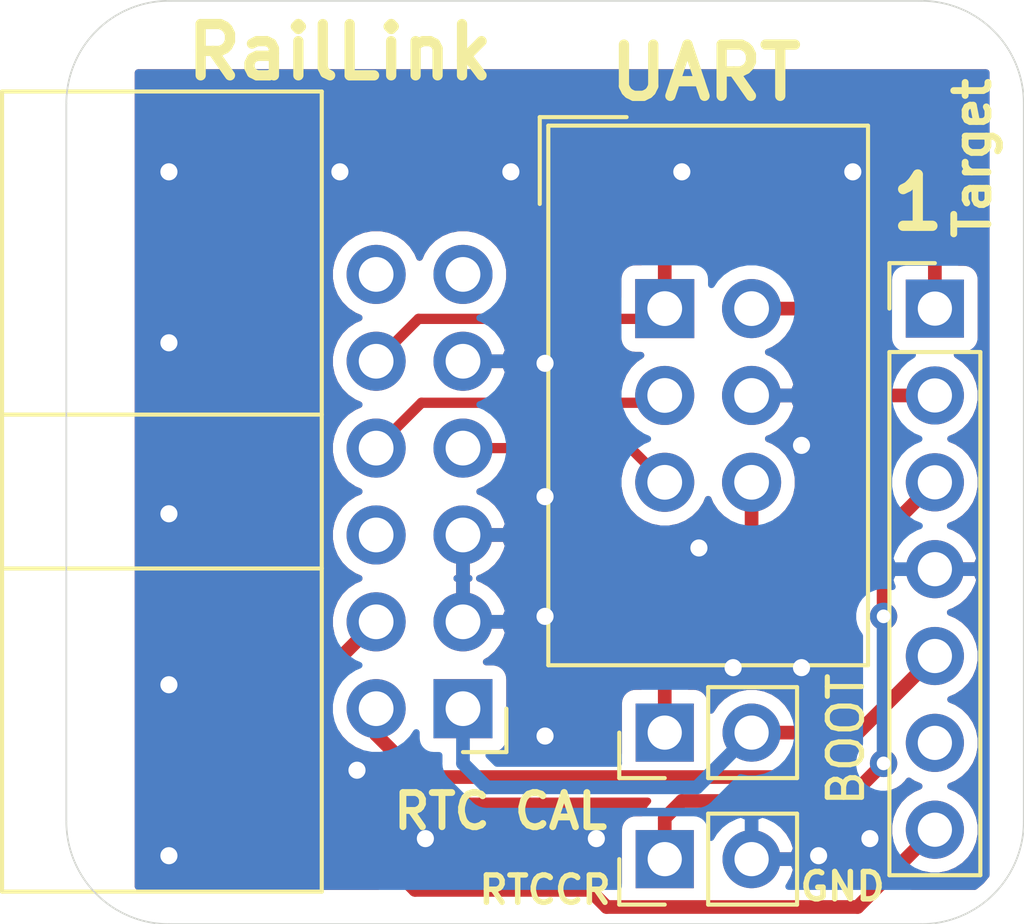
<source format=kicad_pcb>
(kicad_pcb (version 20171130) (host pcbnew 5.1.5+dfsg1-2build2)

  (general
    (thickness 1.176)
    (drawings 15)
    (tracks 72)
    (zones 0)
    (modules 5)
    (nets 12)
  )

  (page A4)
  (layers
    (0 F.Cu signal)
    (31 B.Cu signal)
    (32 B.Adhes user)
    (33 F.Adhes user)
    (34 B.Paste user)
    (35 F.Paste user)
    (36 B.SilkS user)
    (37 F.SilkS user)
    (38 B.Mask user)
    (39 F.Mask user)
    (40 Dwgs.User user)
    (41 Cmts.User user)
    (42 Eco1.User user)
    (43 Eco2.User user)
    (44 Edge.Cuts user)
    (45 Margin user)
    (46 B.CrtYd user)
    (47 F.CrtYd user)
    (48 B.Fab user)
    (49 F.Fab user hide)
  )

  (setup
    (last_trace_width 0.4)
    (user_trace_width 0.16)
    (user_trace_width 0.2)
    (user_trace_width 0.3)
    (user_trace_width 0.4)
    (user_trace_width 0.5)
    (user_trace_width 0.6)
    (user_trace_width 0.8)
    (trace_clearance 0.2)
    (zone_clearance 0.4)
    (zone_45_only no)
    (trace_min 0.16)
    (via_size 0.8)
    (via_drill 0.4)
    (via_min_size 0.6)
    (via_min_drill 0.3)
    (user_via 0.6 0.3)
    (user_via 0.7 0.4)
    (user_via 1 0.5)
    (uvia_size 0.3)
    (uvia_drill 0.1)
    (uvias_allowed no)
    (uvia_min_size 0.2)
    (uvia_min_drill 0.1)
    (edge_width 0.05)
    (segment_width 0.2)
    (pcb_text_width 0.3)
    (pcb_text_size 1.5 1.5)
    (mod_edge_width 0.16)
    (mod_text_size 0.8 0.8)
    (mod_text_width 0.16)
    (pad_size 1.524 1.524)
    (pad_drill 0.762)
    (pad_to_mask_clearance 0.051)
    (solder_mask_min_width 0.25)
    (aux_axis_origin 0 0)
    (visible_elements FFFFFF7F)
    (pcbplotparams
      (layerselection 0x010f0_ffffffff)
      (usegerberextensions false)
      (usegerberattributes false)
      (usegerberadvancedattributes false)
      (creategerberjobfile false)
      (excludeedgelayer false)
      (linewidth 0.160000)
      (plotframeref false)
      (viasonmask false)
      (mode 1)
      (useauxorigin true)
      (hpglpennumber 1)
      (hpglpenspeed 20)
      (hpglpendiameter 15.000000)
      (psnegative false)
      (psa4output false)
      (plotreference false)
      (plotvalue false)
      (plotinvisibletext false)
      (padsonsilk true)
      (subtractmaskfromsilk true)
      (outputformat 1)
      (mirror false)
      (drillshape 0)
      (scaleselection 1)
      (outputdirectory "Gerber/"))
  )

  (net 0 "")
  (net 1 "Net-(J1-Pad6)")
  (net 2 /RXD)
  (net 3 GND)
  (net 4 /TXD)
  (net 5 /Vtref)
  (net 6 /~RESET)
  (net 7 "Net-(J2-Pad6)")
  (net 8 /TCK)
  (net 9 /TMS)
  (net 10 /RTCCR)
  (net 11 "Net-(J4-Pad6)")

  (net_class Default "Это класс цепей по умолчанию."
    (clearance 0.2)
    (trace_width 0.25)
    (via_dia 0.8)
    (via_drill 0.4)
    (uvia_dia 0.3)
    (uvia_drill 0.1)
    (add_net /RTCCR)
    (add_net /RXD)
    (add_net /TCK)
    (add_net /TMS)
    (add_net /TXD)
    (add_net /Vtref)
    (add_net /~RESET)
    (add_net GND)
    (add_net "Net-(J1-Pad6)")
    (add_net "Net-(J2-Pad6)")
    (add_net "Net-(J4-Pad6)")
  )

  (module Connector_PinHeader_2.54mm:PinHeader_1x02_P2.54mm_Vertical (layer F.Cu) (tedit 59FED5CC) (tstamp 5F18AE04)
    (at 139.5 76.4 90)
    (descr "Through hole straight pin header, 1x02, 2.54mm pitch, single row")
    (tags "Through hole pin header THT 1x02 2.54mm single row")
    (path /5F18B6B0)
    (fp_text reference JP1 (at 0 -2.33 90) (layer F.SilkS) hide
      (effects (font (size 1 1) (thickness 0.15)))
    )
    (fp_text value BOOT (at -0.2 5.3 270) (layer F.SilkS)
      (effects (font (size 1 1) (thickness 0.15)))
    )
    (fp_text user %R (at 0 1.27) (layer F.Fab) hide
      (effects (font (size 1 1) (thickness 0.15)))
    )
    (fp_line (start 1.8 -1.8) (end -1.8 -1.8) (layer F.CrtYd) (width 0.05))
    (fp_line (start 1.8 4.35) (end 1.8 -1.8) (layer F.CrtYd) (width 0.05))
    (fp_line (start -1.8 4.35) (end 1.8 4.35) (layer F.CrtYd) (width 0.05))
    (fp_line (start -1.8 -1.8) (end -1.8 4.35) (layer F.CrtYd) (width 0.05))
    (fp_line (start -1.33 -1.33) (end 0 -1.33) (layer F.SilkS) (width 0.12))
    (fp_line (start -1.33 0) (end -1.33 -1.33) (layer F.SilkS) (width 0.12))
    (fp_line (start -1.33 1.27) (end 1.33 1.27) (layer F.SilkS) (width 0.12))
    (fp_line (start 1.33 1.27) (end 1.33 3.87) (layer F.SilkS) (width 0.12))
    (fp_line (start -1.33 1.27) (end -1.33 3.87) (layer F.SilkS) (width 0.12))
    (fp_line (start -1.33 3.87) (end 1.33 3.87) (layer F.SilkS) (width 0.12))
    (fp_line (start -1.27 -0.635) (end -0.635 -1.27) (layer F.Fab) (width 0.1))
    (fp_line (start -1.27 3.81) (end -1.27 -0.635) (layer F.Fab) (width 0.1))
    (fp_line (start 1.27 3.81) (end -1.27 3.81) (layer F.Fab) (width 0.1))
    (fp_line (start 1.27 -1.27) (end 1.27 3.81) (layer F.Fab) (width 0.1))
    (fp_line (start -0.635 -1.27) (end 1.27 -1.27) (layer F.Fab) (width 0.1))
    (pad 2 thru_hole oval (at 0 2.54 90) (size 1.7 1.7) (drill 1) (layers *.Cu *.Mask)
      (net 5 /Vtref))
    (pad 1 thru_hole rect (at 0 0 90) (size 1.7 1.7) (drill 1) (layers *.Cu *.Mask)
      (net 1 "Net-(J1-Pad6)"))
    (model ${KISYS3DMOD}/Connector_PinHeader_2.54mm.3dshapes/PinHeader_1x02_P2.54mm_Vertical.wrl
      (at (xyz 0 0 0))
      (scale (xyz 1 1 1))
      (rotate (xyz 0 0 0))
    )
  )

  (module Connector_PinHeader_2.54mm:PinHeader_1x07_P2.54mm_Vertical (layer F.Cu) (tedit 59FED5CC) (tstamp 5EA9BD80)
    (at 147.4 64)
    (descr "Through hole straight pin header, 1x07, 2.54mm pitch, single row")
    (tags "Through hole pin header THT 1x07 2.54mm single row")
    (path /5EC439CF)
    (fp_text reference J4 (at 0 -2.33) (layer F.SilkS) hide
      (effects (font (size 1 1) (thickness 0.15)))
    )
    (fp_text value Target (at 0 17.57) (layer F.Fab)
      (effects (font (size 1 1) (thickness 0.15)))
    )
    (fp_text user %R (at 0 7.62 90) (layer F.Fab)
      (effects (font (size 1 1) (thickness 0.15)))
    )
    (fp_line (start 1.8 -1.8) (end -1.8 -1.8) (layer F.CrtYd) (width 0.05))
    (fp_line (start 1.8 17.05) (end 1.8 -1.8) (layer F.CrtYd) (width 0.05))
    (fp_line (start -1.8 17.05) (end 1.8 17.05) (layer F.CrtYd) (width 0.05))
    (fp_line (start -1.8 -1.8) (end -1.8 17.05) (layer F.CrtYd) (width 0.05))
    (fp_line (start -1.33 -1.33) (end 0 -1.33) (layer F.SilkS) (width 0.12))
    (fp_line (start -1.33 0) (end -1.33 -1.33) (layer F.SilkS) (width 0.12))
    (fp_line (start -1.33 1.27) (end 1.33 1.27) (layer F.SilkS) (width 0.12))
    (fp_line (start 1.33 1.27) (end 1.33 16.57) (layer F.SilkS) (width 0.12))
    (fp_line (start -1.33 1.27) (end -1.33 16.57) (layer F.SilkS) (width 0.12))
    (fp_line (start -1.33 16.57) (end 1.33 16.57) (layer F.SilkS) (width 0.12))
    (fp_line (start -1.27 -0.635) (end -0.635 -1.27) (layer F.Fab) (width 0.1))
    (fp_line (start -1.27 16.51) (end -1.27 -0.635) (layer F.Fab) (width 0.1))
    (fp_line (start 1.27 16.51) (end -1.27 16.51) (layer F.Fab) (width 0.1))
    (fp_line (start 1.27 -1.27) (end 1.27 16.51) (layer F.Fab) (width 0.1))
    (fp_line (start -0.635 -1.27) (end 1.27 -1.27) (layer F.Fab) (width 0.1))
    (pad 7 thru_hole oval (at 0 15.24) (size 1.7 1.7) (drill 1) (layers *.Cu *.Mask)
      (net 8 /TCK))
    (pad 6 thru_hole oval (at 0 12.7) (size 1.7 1.7) (drill 1) (layers *.Cu *.Mask)
      (net 11 "Net-(J4-Pad6)"))
    (pad 5 thru_hole oval (at 0 10.16) (size 1.7 1.7) (drill 1) (layers *.Cu *.Mask)
      (net 9 /TMS))
    (pad 4 thru_hole oval (at 0 7.62) (size 1.7 1.7) (drill 1) (layers *.Cu *.Mask)
      (net 3 GND))
    (pad 3 thru_hole oval (at 0 5.08) (size 1.7 1.7) (drill 1) (layers *.Cu *.Mask)
      (net 10 /RTCCR))
    (pad 2 thru_hole oval (at 0 2.54) (size 1.7 1.7) (drill 1) (layers *.Cu *.Mask)
      (net 5 /Vtref))
    (pad 1 thru_hole rect (at 0 0) (size 1.7 1.7) (drill 1) (layers *.Cu *.Mask)
      (net 6 /~RESET))
    (model ${KISYS3DMOD}/Connector_PinHeader_2.54mm.3dshapes/PinHeader_1x07_P2.54mm_Vertical.wrl
      (at (xyz 0 0 0))
      (scale (xyz 1 1 1))
      (rotate (xyz 0 0 0))
    )
  )

  (module Connector_PinHeader_2.54mm:PinHeader_1x02_P2.54mm_Vertical (layer F.Cu) (tedit 59FED5CC) (tstamp 5EA9C1A4)
    (at 139.5 80.1 90)
    (descr "Through hole straight pin header, 1x02, 2.54mm pitch, single row")
    (tags "Through hole pin header THT 1x02 2.54mm single row")
    (path /5EC545F3)
    (fp_text reference J3 (at 0 -2.33 90) (layer F.SilkS) hide
      (effects (font (size 1 1) (thickness 0.15)))
    )
    (fp_text value CAL (at 0 4.87 90) (layer F.Fab)
      (effects (font (size 1 1) (thickness 0.15)))
    )
    (fp_text user %R (at 0 1.27) (layer F.Fab)
      (effects (font (size 1 1) (thickness 0.15)))
    )
    (fp_line (start 1.8 -1.8) (end -1.8 -1.8) (layer F.CrtYd) (width 0.05))
    (fp_line (start 1.8 4.35) (end 1.8 -1.8) (layer F.CrtYd) (width 0.05))
    (fp_line (start -1.8 4.35) (end 1.8 4.35) (layer F.CrtYd) (width 0.05))
    (fp_line (start -1.8 -1.8) (end -1.8 4.35) (layer F.CrtYd) (width 0.05))
    (fp_line (start -1.33 -1.33) (end 0 -1.33) (layer F.SilkS) (width 0.12))
    (fp_line (start -1.33 0) (end -1.33 -1.33) (layer F.SilkS) (width 0.12))
    (fp_line (start -1.33 1.27) (end 1.33 1.27) (layer F.SilkS) (width 0.12))
    (fp_line (start 1.33 1.27) (end 1.33 3.87) (layer F.SilkS) (width 0.12))
    (fp_line (start -1.33 1.27) (end -1.33 3.87) (layer F.SilkS) (width 0.12))
    (fp_line (start -1.33 3.87) (end 1.33 3.87) (layer F.SilkS) (width 0.12))
    (fp_line (start -1.27 -0.635) (end -0.635 -1.27) (layer F.Fab) (width 0.1))
    (fp_line (start -1.27 3.81) (end -1.27 -0.635) (layer F.Fab) (width 0.1))
    (fp_line (start 1.27 3.81) (end -1.27 3.81) (layer F.Fab) (width 0.1))
    (fp_line (start 1.27 -1.27) (end 1.27 3.81) (layer F.Fab) (width 0.1))
    (fp_line (start -0.635 -1.27) (end 1.27 -1.27) (layer F.Fab) (width 0.1))
    (pad 2 thru_hole oval (at 0 2.54 90) (size 1.7 1.7) (drill 1) (layers *.Cu *.Mask)
      (net 3 GND))
    (pad 1 thru_hole rect (at 0 0 90) (size 1.7 1.7) (drill 1) (layers *.Cu *.Mask)
      (net 10 /RTCCR))
    (model ${KISYS3DMOD}/Connector_PinHeader_2.54mm.3dshapes/PinHeader_1x02_P2.54mm_Vertical.wrl
      (at (xyz 0 0 0))
      (scale (xyz 1 1 1))
      (rotate (xyz 0 0 0))
    )
  )

  (module Connector_IDC:IDC-Header_2x06_P2.54mm_Horizontal (layer F.Cu) (tedit 59DE2002) (tstamp 5EA9BD4F)
    (at 133.6 75.7 180)
    (descr "Through hole angled IDC box header, 2x06, 2.54mm pitch, double rows")
    (tags "Through hole IDC box header THT 2x06 2.54mm double row")
    (path /5EC43529)
    (fp_text reference J2 (at 6.105 -6.35) (layer F.SilkS) hide
      (effects (font (size 1 1) (thickness 0.15)))
    )
    (fp_text value RailLink (at 6.105 19.304 180) (layer F.Fab)
      (effects (font (size 1 1) (thickness 0.15)))
    )
    (fp_text user %R (at 8.805 6.35 90) (layer F.Fab)
      (effects (font (size 1 1) (thickness 0.15)))
    )
    (fp_line (start -0.32 -0.32) (end -0.32 0.32) (layer F.Fab) (width 0.1))
    (fp_line (start -0.32 0.32) (end 4.38 0.32) (layer F.Fab) (width 0.1))
    (fp_line (start -0.32 10.48) (end 4.38 10.48) (layer F.Fab) (width 0.1))
    (fp_line (start -0.32 12.38) (end -0.32 13.02) (layer F.Fab) (width 0.1))
    (fp_line (start -0.32 13.02) (end 4.38 13.02) (layer F.Fab) (width 0.1))
    (fp_line (start -0.32 2.22) (end -0.32 2.86) (layer F.Fab) (width 0.1))
    (fp_line (start -0.32 2.86) (end 4.38 2.86) (layer F.Fab) (width 0.1))
    (fp_line (start -0.32 4.76) (end -0.32 5.4) (layer F.Fab) (width 0.1))
    (fp_line (start -0.32 5.4) (end 4.38 5.4) (layer F.Fab) (width 0.1))
    (fp_line (start -0.32 7.3) (end -0.32 7.94) (layer F.Fab) (width 0.1))
    (fp_line (start -0.32 7.94) (end 4.38 7.94) (layer F.Fab) (width 0.1))
    (fp_line (start -0.32 9.84) (end -0.32 10.48) (layer F.Fab) (width 0.1))
    (fp_line (start 13.23 17.8) (end 13.23 -5.1) (layer F.Fab) (width 0.1))
    (fp_line (start 4.38 -0.32) (end -0.32 -0.32) (layer F.Fab) (width 0.1))
    (fp_line (start 4.38 -4.1) (end 5.38 -5.1) (layer F.Fab) (width 0.1))
    (fp_line (start 4.38 12.38) (end -0.32 12.38) (layer F.Fab) (width 0.1))
    (fp_line (start 4.38 17.8) (end 13.23 17.8) (layer F.Fab) (width 0.1))
    (fp_line (start 4.38 17.8) (end 4.38 -4.1) (layer F.Fab) (width 0.1))
    (fp_line (start 4.38 2.22) (end -0.32 2.22) (layer F.Fab) (width 0.1))
    (fp_line (start 4.38 4.1) (end 13.23 4.1) (layer F.Fab) (width 0.1))
    (fp_line (start 4.38 4.76) (end -0.32 4.76) (layer F.Fab) (width 0.1))
    (fp_line (start 4.38 7.3) (end -0.32 7.3) (layer F.Fab) (width 0.1))
    (fp_line (start 4.38 8.6) (end 13.23 8.6) (layer F.Fab) (width 0.1))
    (fp_line (start 4.38 9.84) (end -0.32 9.84) (layer F.Fab) (width 0.1))
    (fp_line (start 5.38 -5.1) (end 13.23 -5.1) (layer F.Fab) (width 0.1))
    (fp_line (start -1.27 -1.27) (end -1.27 0) (layer F.SilkS) (width 0.12))
    (fp_line (start 0 -1.27) (end -1.27 -1.27) (layer F.SilkS) (width 0.12))
    (fp_line (start 13.48 -5.35) (end 13.48 18.05) (layer F.SilkS) (width 0.12))
    (fp_line (start 4.13 -5.35) (end 13.48 -5.35) (layer F.SilkS) (width 0.12))
    (fp_line (start 4.13 18.05) (end 13.48 18.05) (layer F.SilkS) (width 0.12))
    (fp_line (start 4.13 18.05) (end 4.13 -5.35) (layer F.SilkS) (width 0.12))
    (fp_line (start 4.13 4.1) (end 13.48 4.1) (layer F.SilkS) (width 0.12))
    (fp_line (start 4.13 8.6) (end 13.48 8.6) (layer F.SilkS) (width 0.12))
    (fp_line (start -1.12 -5.35) (end 13.48 -5.35) (layer F.CrtYd) (width 0.05))
    (fp_line (start -1.12 18.05) (end -1.12 -5.35) (layer F.CrtYd) (width 0.05))
    (fp_line (start 13.48 -5.35) (end 13.48 18.05) (layer F.CrtYd) (width 0.05))
    (fp_line (start 13.48 18.05) (end -1.12 18.05) (layer F.CrtYd) (width 0.05))
    (pad 1 thru_hole rect (at 0 0 180) (size 1.7272 1.7272) (drill 1.016) (layers *.Cu *.Mask)
      (net 5 /Vtref))
    (pad 2 thru_hole oval (at 2.54 0 180) (size 1.7272 1.7272) (drill 1.016) (layers *.Cu *.Mask)
      (net 9 /TMS))
    (pad 3 thru_hole oval (at 0 2.54 180) (size 1.7272 1.7272) (drill 1.016) (layers *.Cu *.Mask)
      (net 3 GND))
    (pad 4 thru_hole oval (at 2.54 2.54 180) (size 1.7272 1.7272) (drill 1.016) (layers *.Cu *.Mask)
      (net 8 /TCK))
    (pad 5 thru_hole oval (at 0 5.08 180) (size 1.7272 1.7272) (drill 1.016) (layers *.Cu *.Mask)
      (net 3 GND))
    (pad 6 thru_hole oval (at 2.54 5.08 180) (size 1.7272 1.7272) (drill 1.016) (layers *.Cu *.Mask)
      (net 7 "Net-(J2-Pad6)"))
    (pad 7 thru_hole oval (at 0 7.62 180) (size 1.7272 1.7272) (drill 1.016) (layers *.Cu *.Mask)
      (net 2 /RXD))
    (pad 8 thru_hole oval (at 2.54 7.62 180) (size 1.7272 1.7272) (drill 1.016) (layers *.Cu *.Mask)
      (net 4 /TXD))
    (pad 9 thru_hole oval (at 0 10.16 180) (size 1.7272 1.7272) (drill 1.016) (layers *.Cu *.Mask)
      (net 3 GND))
    (pad 10 thru_hole oval (at 2.54 10.16 180) (size 1.7272 1.7272) (drill 1.016) (layers *.Cu *.Mask)
      (net 6 /~RESET))
    (pad 11 thru_hole oval (at 0 12.7 180) (size 1.7272 1.7272) (drill 1.016) (layers *.Cu *.Mask))
    (pad 12 thru_hole oval (at 2.54 12.7 180) (size 1.7272 1.7272) (drill 1.016) (layers *.Cu *.Mask))
    (model ${KISYS3DMOD}/Connector_IDC.3dshapes/IDC-Header_2x06_P2.54mm_Horizontal.wrl
      (at (xyz 0 0 0))
      (scale (xyz 1 1 1))
      (rotate (xyz 0 0 0))
    )
  )

  (module Connector_IDC:IDC-Header_2x03_P2.54mm_Vertical (layer F.Cu) (tedit 59DE0819) (tstamp 5EA9BD19)
    (at 139.5 64)
    (descr "Through hole straight IDC box header, 2x03, 2.54mm pitch, double rows")
    (tags "Through hole IDC box header THT 2x03 2.54mm double row")
    (path /5EC43FCC)
    (fp_text reference J1 (at 1.27 -6.604) (layer F.SilkS) hide
      (effects (font (size 1 1) (thickness 0.15)))
    )
    (fp_text value UART (at 1.27 11.684) (layer F.Fab)
      (effects (font (size 1 1) (thickness 0.15)))
    )
    (fp_line (start -3.655 -5.6) (end -1.115 -5.6) (layer F.SilkS) (width 0.12))
    (fp_line (start -3.655 -5.6) (end -3.655 -3.06) (layer F.SilkS) (width 0.12))
    (fp_line (start -3.405 -5.35) (end 5.945 -5.35) (layer F.SilkS) (width 0.12))
    (fp_line (start -3.405 10.43) (end -3.405 -5.35) (layer F.SilkS) (width 0.12))
    (fp_line (start 5.945 10.43) (end -3.405 10.43) (layer F.SilkS) (width 0.12))
    (fp_line (start 5.945 -5.35) (end 5.945 10.43) (layer F.SilkS) (width 0.12))
    (fp_line (start -3.41 -5.35) (end 5.95 -5.35) (layer F.CrtYd) (width 0.05))
    (fp_line (start -3.41 10.43) (end -3.41 -5.35) (layer F.CrtYd) (width 0.05))
    (fp_line (start 5.95 10.43) (end -3.41 10.43) (layer F.CrtYd) (width 0.05))
    (fp_line (start 5.95 -5.35) (end 5.95 10.43) (layer F.CrtYd) (width 0.05))
    (fp_line (start -3.155 10.18) (end -2.605 9.62) (layer F.Fab) (width 0.1))
    (fp_line (start -3.155 -5.1) (end -2.605 -4.56) (layer F.Fab) (width 0.1))
    (fp_line (start 5.695 10.18) (end 5.145 9.62) (layer F.Fab) (width 0.1))
    (fp_line (start 5.695 -5.1) (end 5.145 -4.56) (layer F.Fab) (width 0.1))
    (fp_line (start 5.145 9.62) (end -2.605 9.62) (layer F.Fab) (width 0.1))
    (fp_line (start 5.695 10.18) (end -3.155 10.18) (layer F.Fab) (width 0.1))
    (fp_line (start 5.145 -4.56) (end -2.605 -4.56) (layer F.Fab) (width 0.1))
    (fp_line (start 5.695 -5.1) (end -3.155 -5.1) (layer F.Fab) (width 0.1))
    (fp_line (start -2.605 4.79) (end -3.155 4.79) (layer F.Fab) (width 0.1))
    (fp_line (start -2.605 0.29) (end -3.155 0.29) (layer F.Fab) (width 0.1))
    (fp_line (start -2.605 4.79) (end -2.605 9.62) (layer F.Fab) (width 0.1))
    (fp_line (start -2.605 -4.56) (end -2.605 0.29) (layer F.Fab) (width 0.1))
    (fp_line (start -3.155 -5.1) (end -3.155 10.18) (layer F.Fab) (width 0.1))
    (fp_line (start 5.145 -4.56) (end 5.145 9.62) (layer F.Fab) (width 0.1))
    (fp_line (start 5.695 -5.1) (end 5.695 10.18) (layer F.Fab) (width 0.1))
    (fp_text user %R (at 1.27 2.54) (layer F.Fab)
      (effects (font (size 1 1) (thickness 0.15)))
    )
    (pad 6 thru_hole oval (at 2.54 5.08) (size 1.7272 1.7272) (drill 1.016) (layers *.Cu *.Mask)
      (net 1 "Net-(J1-Pad6)"))
    (pad 5 thru_hole oval (at 0 5.08) (size 1.7272 1.7272) (drill 1.016) (layers *.Cu *.Mask)
      (net 2 /RXD))
    (pad 4 thru_hole oval (at 2.54 2.54) (size 1.7272 1.7272) (drill 1.016) (layers *.Cu *.Mask)
      (net 3 GND))
    (pad 3 thru_hole oval (at 0 2.54) (size 1.7272 1.7272) (drill 1.016) (layers *.Cu *.Mask)
      (net 4 /TXD))
    (pad 2 thru_hole oval (at 2.54 0) (size 1.7272 1.7272) (drill 1.016) (layers *.Cu *.Mask)
      (net 5 /Vtref))
    (pad 1 thru_hole rect (at 0 0) (size 1.7272 1.7272) (drill 1.016) (layers *.Cu *.Mask)
      (net 6 /~RESET))
    (model ${KISYS3DMOD}/Connector_IDC.3dshapes/IDC-Header_2x03_P2.54mm_Vertical.wrl
      (at (xyz 0 0 0))
      (scale (xyz 1 1 1))
      (rotate (xyz 0 0 0))
    )
  )

  (gr_text RTCCR (at 136 81) (layer F.SilkS) (tstamp 5F18AC0B)
    (effects (font (size 0.8 0.8) (thickness 0.16)))
  )
  (gr_text 1 (at 146.9 60.9) (layer F.SilkS)
    (effects (font (size 1.5 1.5) (thickness 0.3)))
  )
  (gr_arc (start 125 79) (end 122 79) (angle -90) (layer Edge.Cuts) (width 0.05))
  (gr_arc (start 147 79) (end 147 82) (angle -90) (layer Edge.Cuts) (width 0.05))
  (gr_arc (start 147 58) (end 150 58) (angle -90) (layer Edge.Cuts) (width 0.05))
  (gr_arc (start 125 58) (end 125 55) (angle -90) (layer Edge.Cuts) (width 0.05))
  (gr_line (start 122 79) (end 122 58) (layer Edge.Cuts) (width 0.05) (tstamp 5EA9C68C))
  (gr_line (start 147 82) (end 125 82) (layer Edge.Cuts) (width 0.05))
  (gr_line (start 150 58) (end 150 79) (layer Edge.Cuts) (width 0.05))
  (gr_line (start 125 55) (end 147 55) (layer Edge.Cuts) (width 0.05))
  (gr_text Target (at 148.5 59.6 90) (layer F.SilkS)
    (effects (font (size 1 1) (thickness 0.2)))
  )
  (gr_text RailLink (at 130 56.5) (layer F.SilkS)
    (effects (font (size 1.5 1.5) (thickness 0.3)))
  )
  (gr_text UART (at 140.7 57.1) (layer F.SilkS)
    (effects (font (size 1.5 1.5) (thickness 0.3)))
  )
  (gr_text GND (at 144.7 80.9) (layer F.SilkS) (tstamp 5F18AD46)
    (effects (font (size 0.8 0.8) (thickness 0.16)))
  )
  (gr_text "RTC CAL" (at 134.7 78.7) (layer F.SilkS)
    (effects (font (size 1 1) (thickness 0.2)))
  )

  (segment (start 139.5 76.4) (end 139.5 74.6) (width 0.4) (layer F.Cu) (net 1))
  (segment (start 142.04 72.06) (end 142.04 69.08) (width 0.4) (layer F.Cu) (net 1))
  (segment (start 139.5 74.6) (end 142.04 72.06) (width 0.4) (layer F.Cu) (net 1))
  (segment (start 138.5 68.08) (end 139.5 69.08) (width 0.3) (layer F.Cu) (net 2))
  (segment (start 133.6 68.08) (end 138.5 68.08) (width 0.3) (layer F.Cu) (net 2))
  (via (at 125 60) (size 1) (drill 0.5) (layers F.Cu B.Cu) (net 3))
  (via (at 125 65) (size 1) (drill 0.5) (layers F.Cu B.Cu) (net 3))
  (via (at 125 70) (size 1) (drill 0.5) (layers F.Cu B.Cu) (net 3))
  (via (at 125 75) (size 1) (drill 0.5) (layers F.Cu B.Cu) (net 3))
  (via (at 125 80) (size 1) (drill 0.5) (layers F.Cu B.Cu) (net 3))
  (via (at 130 60) (size 1) (drill 0.5) (layers F.Cu B.Cu) (net 3))
  (via (at 135 60) (size 1) (drill 0.5) (layers F.Cu B.Cu) (net 3))
  (via (at 140 60) (size 1) (drill 0.5) (layers F.Cu B.Cu) (net 3))
  (via (at 145 60) (size 1) (drill 0.5) (layers F.Cu B.Cu) (net 3))
  (via (at 136 65.6) (size 1) (drill 0.5) (layers F.Cu B.Cu) (net 3))
  (via (at 136 69.5) (size 1) (drill 0.5) (layers F.Cu B.Cu) (net 3))
  (via (at 140.5 71) (size 1) (drill 0.5) (layers F.Cu B.Cu) (net 3))
  (via (at 137.5 79.5) (size 1) (drill 0.5) (layers F.Cu B.Cu) (net 3))
  (via (at 132.5 79.5) (size 1) (drill 0.5) (layers F.Cu B.Cu) (net 3))
  (via (at 130.5 77.5) (size 1) (drill 0.5) (layers F.Cu B.Cu) (net 3))
  (via (at 136 73) (size 1) (drill 0.5) (layers F.Cu B.Cu) (net 3))
  (via (at 136 76.5) (size 1) (drill 0.5) (layers F.Cu B.Cu) (net 3))
  (via (at 141.5 74.5) (size 1) (drill 0.5) (layers F.Cu B.Cu) (net 3))
  (via (at 143.5 74.5) (size 1) (drill 0.5) (layers F.Cu B.Cu) (net 3))
  (via (at 143.5 68) (size 1) (drill 0.5) (layers F.Cu B.Cu) (net 3))
  (via (at 144 80) (size 1) (drill 0.5) (layers F.Cu B.Cu) (net 3))
  (via (at 145.5 79.5) (size 1) (drill 0.5) (layers F.Cu B.Cu) (net 3))
  (segment (start 131.06 68.08) (end 132.386399 66.753601) (width 0.3) (layer F.Cu) (net 4))
  (segment (start 139.286399 66.753601) (end 139.5 66.54) (width 0.3) (layer F.Cu) (net 4))
  (segment (start 132.386399 66.753601) (end 139.286399 66.753601) (width 0.3) (layer F.Cu) (net 4))
  (segment (start 142.36 64.32) (end 142.04 64) (width 0.4) (layer F.Cu) (net 5))
  (segment (start 142.04 76.4) (end 143.5 76.4) (width 0.4) (layer F.Cu) (net 5))
  (segment (start 143.5 76.4) (end 144.8 75.1) (width 0.4) (layer F.Cu) (net 5))
  (segment (start 143.4 64) (end 142.04 64) (width 0.4) (layer F.Cu) (net 5))
  (segment (start 144.8 65.4) (end 143.4 64) (width 0.4) (layer F.Cu) (net 5))
  (segment (start 144.86 66.54) (end 144.8 66.6) (width 0.4) (layer F.Cu) (net 5))
  (segment (start 147.4 66.54) (end 144.86 66.54) (width 0.4) (layer F.Cu) (net 5))
  (segment (start 144.8 66.6) (end 144.8 65.4) (width 0.4) (layer F.Cu) (net 5))
  (segment (start 144.8 75.1) (end 144.8 66.6) (width 0.4) (layer F.Cu) (net 5))
  (segment (start 133.6 75.7) (end 133.6 77.3) (width 0.4) (layer B.Cu) (net 5))
  (segment (start 133.6 77.3) (end 134.3 78) (width 0.4) (layer B.Cu) (net 5))
  (segment (start 140.44 78) (end 142.04 76.4) (width 0.4) (layer B.Cu) (net 5))
  (segment (start 134.3 78) (end 140.44 78) (width 0.4) (layer B.Cu) (net 5))
  (segment (start 131.06 65.54) (end 132.3 64.3) (width 0.3) (layer F.Cu) (net 6))
  (segment (start 139.2 64.3) (end 139.5 64) (width 0.3) (layer F.Cu) (net 6))
  (segment (start 132.3 64.3) (end 139.2 64.3) (width 0.3) (layer F.Cu) (net 6))
  (segment (start 139.5 62.4) (end 139.5 64) (width 0.4) (layer F.Cu) (net 6))
  (segment (start 140.12 61.78) (end 139.5 62.4) (width 0.4) (layer F.Cu) (net 6))
  (segment (start 140.12 61.78) (end 146.58 61.78) (width 0.4) (layer F.Cu) (net 6))
  (segment (start 147.4 62.6) (end 147.4 64) (width 0.4) (layer F.Cu) (net 6))
  (segment (start 146.58 61.78) (end 147.4 62.6) (width 0.4) (layer F.Cu) (net 6))
  (segment (start 145.14 81.5) (end 147.4 79.24) (width 0.4) (layer F.Cu) (net 8))
  (segment (start 137.8 81.5) (end 145.14 81.5) (width 0.4) (layer F.Cu) (net 8))
  (segment (start 132.2 81) (end 137.3 81) (width 0.4) (layer F.Cu) (net 8))
  (segment (start 137.3 81) (end 137.8 81.5) (width 0.4) (layer F.Cu) (net 8))
  (segment (start 129.2 78) (end 132.2 81) (width 0.4) (layer F.Cu) (net 8))
  (segment (start 129.2 75.02) (end 129.2 78) (width 0.4) (layer F.Cu) (net 8))
  (segment (start 131.06 73.16) (end 129.2 75.02) (width 0.4) (layer F.Cu) (net 8))
  (segment (start 131.06 75.7) (end 131.06 76.16) (width 0.4) (layer B.Cu) (net 9))
  (segment (start 143.86 77.7) (end 147.4 74.16) (width 0.4) (layer F.Cu) (net 9))
  (segment (start 132.3 77.7) (end 143.86 77.7) (width 0.4) (layer F.Cu) (net 9))
  (segment (start 131.06 76.46) (end 132.3 77.7) (width 0.4) (layer F.Cu) (net 9))
  (segment (start 131.06 75.7) (end 131.06 76.46) (width 0.4) (layer F.Cu) (net 9))
  (segment (start 139.5 80.1) (end 139.5 78.9) (width 0.4) (layer F.Cu) (net 10))
  (segment (start 139.5 78.9) (end 140 78.4) (width 0.4) (layer F.Cu) (net 10))
  (segment (start 140 78.4) (end 144.8 78.4) (width 0.4) (layer F.Cu) (net 10))
  (segment (start 144.8 78.4) (end 145.9 77.3) (width 0.4) (layer F.Cu) (net 10))
  (via (at 145.9 77.3) (size 0.8) (drill 0.4) (layers F.Cu B.Cu) (net 10))
  (segment (start 145.9 77.3) (end 145.9 73) (width 0.4) (layer B.Cu) (net 10))
  (via (at 145.9 73) (size 0.8) (drill 0.4) (layers F.Cu B.Cu) (net 10))
  (segment (start 145.9 70.58) (end 147.4 69.08) (width 0.4) (layer F.Cu) (net 10))
  (segment (start 145.9 73) (end 145.9 70.58) (width 0.4) (layer F.Cu) (net 10))

  (zone (net 3) (net_name GND) (layer F.Cu) (tstamp 5EA9CFA5) (hatch edge 0.508)
    (connect_pads (clearance 0.4))
    (min_thickness 0.2)
    (fill yes (arc_segments 32) (thermal_gap 0.4) (thermal_bridge_width 0.4))
    (polygon
      (pts
        (xy 124 57) (xy 149 57) (xy 149 81) (xy 124 81)
      )
    )
    (filled_polygon
      (pts
        (xy 148.9 80.563674) (xy 148.754399 80.742198) (xy 148.563649 80.9) (xy 146.72995 80.9) (xy 147.077626 80.552324)
        (xy 147.267037 80.59) (xy 147.532963 80.59) (xy 147.79378 80.53812) (xy 148.039465 80.436354) (xy 148.260575 80.288613)
        (xy 148.448613 80.100575) (xy 148.596354 79.879465) (xy 148.69812 79.63378) (xy 148.75 79.372963) (xy 148.75 79.107037)
        (xy 148.69812 78.84622) (xy 148.596354 78.600535) (xy 148.448613 78.379425) (xy 148.260575 78.191387) (xy 148.039465 78.043646)
        (xy 147.861668 77.97) (xy 148.039465 77.896354) (xy 148.260575 77.748613) (xy 148.448613 77.560575) (xy 148.596354 77.339465)
        (xy 148.69812 77.09378) (xy 148.75 76.832963) (xy 148.75 76.567037) (xy 148.69812 76.30622) (xy 148.596354 76.060535)
        (xy 148.448613 75.839425) (xy 148.260575 75.651387) (xy 148.039465 75.503646) (xy 147.861668 75.43) (xy 148.039465 75.356354)
        (xy 148.260575 75.208613) (xy 148.448613 75.020575) (xy 148.596354 74.799465) (xy 148.69812 74.55378) (xy 148.75 74.292963)
        (xy 148.75 74.027037) (xy 148.69812 73.76622) (xy 148.596354 73.520535) (xy 148.448613 73.299425) (xy 148.260575 73.111387)
        (xy 148.039465 72.963646) (xy 147.851106 72.885625) (xy 147.959795 72.84847) (xy 148.188701 72.715655) (xy 148.387298 72.540734)
        (xy 148.547954 72.33043) (xy 148.664494 72.092825) (xy 148.714072 71.929375) (xy 148.620912 71.72) (xy 147.5 71.72)
        (xy 147.5 71.74) (xy 147.3 71.74) (xy 147.3 71.72) (xy 147.28 71.72) (xy 147.28 71.52)
        (xy 147.3 71.52) (xy 147.3 71.5) (xy 147.5 71.5) (xy 147.5 71.52) (xy 148.620912 71.52)
        (xy 148.714072 71.310625) (xy 148.664494 71.147175) (xy 148.547954 70.90957) (xy 148.387298 70.699266) (xy 148.188701 70.524345)
        (xy 147.959795 70.39153) (xy 147.851106 70.354375) (xy 148.039465 70.276354) (xy 148.260575 70.128613) (xy 148.448613 69.940575)
        (xy 148.596354 69.719465) (xy 148.69812 69.47378) (xy 148.75 69.212963) (xy 148.75 68.947037) (xy 148.69812 68.68622)
        (xy 148.596354 68.440535) (xy 148.448613 68.219425) (xy 148.260575 68.031387) (xy 148.039465 67.883646) (xy 147.861668 67.81)
        (xy 148.039465 67.736354) (xy 148.260575 67.588613) (xy 148.448613 67.400575) (xy 148.596354 67.179465) (xy 148.69812 66.93378)
        (xy 148.75 66.672963) (xy 148.75 66.407037) (xy 148.69812 66.14622) (xy 148.596354 65.900535) (xy 148.448613 65.679425)
        (xy 148.260575 65.491387) (xy 148.052595 65.352419) (xy 148.25 65.352419) (xy 148.348017 65.342765) (xy 148.442267 65.314175)
        (xy 148.529129 65.267746) (xy 148.605264 65.205264) (xy 148.667746 65.129129) (xy 148.714175 65.042267) (xy 148.742765 64.948017)
        (xy 148.752419 64.85) (xy 148.752419 63.15) (xy 148.742765 63.051983) (xy 148.714175 62.957733) (xy 148.667746 62.870871)
        (xy 148.605264 62.794736) (xy 148.529129 62.732254) (xy 148.442267 62.685825) (xy 148.348017 62.657235) (xy 148.25 62.647581)
        (xy 148.1 62.647581) (xy 148.1 62.634386) (xy 148.103387 62.599999) (xy 148.091568 62.48) (xy 148.089872 62.462776)
        (xy 148.049845 62.330825) (xy 148.021273 62.27737) (xy 147.984845 62.209218) (xy 147.919292 62.129342) (xy 147.919287 62.129337)
        (xy 147.897369 62.10263) (xy 147.870663 62.080713) (xy 147.099296 61.309347) (xy 147.07737 61.28263) (xy 146.970781 61.195155)
        (xy 146.849175 61.130155) (xy 146.717224 61.090128) (xy 146.61439 61.08) (xy 146.614387 61.08) (xy 146.58 61.076613)
        (xy 146.545613 61.08) (xy 140.154386 61.08) (xy 140.119999 61.076613) (xy 140.085612 61.08) (xy 140.08561 61.08)
        (xy 139.982776 61.090128) (xy 139.850825 61.130155) (xy 139.729219 61.195155) (xy 139.62263 61.28263) (xy 139.600704 61.309347)
        (xy 139.029343 61.880708) (xy 139.00263 61.902631) (xy 138.980709 61.929342) (xy 138.980708 61.929343) (xy 138.915155 62.009219)
        (xy 138.850948 62.129342) (xy 138.850155 62.130826) (xy 138.810128 62.262777) (xy 138.8 62.36561) (xy 138.796613 62.4)
        (xy 138.8 62.434387) (xy 138.8 62.633981) (xy 138.6364 62.633981) (xy 138.538383 62.643635) (xy 138.444133 62.672225)
        (xy 138.357271 62.718654) (xy 138.281136 62.781136) (xy 138.218654 62.857271) (xy 138.172225 62.944133) (xy 138.143635 63.038383)
        (xy 138.133981 63.1364) (xy 138.133981 63.65) (xy 134.805672 63.65) (xy 134.808407 63.645907) (xy 134.911198 63.397747)
        (xy 134.9636 63.134303) (xy 134.9636 62.865697) (xy 134.911198 62.602253) (xy 134.808407 62.354093) (xy 134.659177 62.130756)
        (xy 134.469244 61.940823) (xy 134.245907 61.791593) (xy 133.997747 61.688802) (xy 133.734303 61.6364) (xy 133.465697 61.6364)
        (xy 133.202253 61.688802) (xy 132.954093 61.791593) (xy 132.730756 61.940823) (xy 132.540823 62.130756) (xy 132.391593 62.354093)
        (xy 132.33 62.502792) (xy 132.268407 62.354093) (xy 132.119177 62.130756) (xy 131.929244 61.940823) (xy 131.705907 61.791593)
        (xy 131.457747 61.688802) (xy 131.194303 61.6364) (xy 130.925697 61.6364) (xy 130.662253 61.688802) (xy 130.414093 61.791593)
        (xy 130.190756 61.940823) (xy 130.000823 62.130756) (xy 129.851593 62.354093) (xy 129.748802 62.602253) (xy 129.6964 62.865697)
        (xy 129.6964 63.134303) (xy 129.748802 63.397747) (xy 129.851593 63.645907) (xy 130.000823 63.869244) (xy 130.190756 64.059177)
        (xy 130.414093 64.208407) (xy 130.562792 64.27) (xy 130.414093 64.331593) (xy 130.190756 64.480823) (xy 130.000823 64.670756)
        (xy 129.851593 64.894093) (xy 129.748802 65.142253) (xy 129.6964 65.405697) (xy 129.6964 65.674303) (xy 129.748802 65.937747)
        (xy 129.851593 66.185907) (xy 130.000823 66.409244) (xy 130.190756 66.599177) (xy 130.414093 66.748407) (xy 130.562792 66.81)
        (xy 130.414093 66.871593) (xy 130.190756 67.020823) (xy 130.000823 67.210756) (xy 129.851593 67.434093) (xy 129.748802 67.682253)
        (xy 129.6964 67.945697) (xy 129.6964 68.214303) (xy 129.748802 68.477747) (xy 129.851593 68.725907) (xy 130.000823 68.949244)
        (xy 130.190756 69.139177) (xy 130.414093 69.288407) (xy 130.562792 69.35) (xy 130.414093 69.411593) (xy 130.190756 69.560823)
        (xy 130.000823 69.750756) (xy 129.851593 69.974093) (xy 129.748802 70.222253) (xy 129.6964 70.485697) (xy 129.6964 70.754303)
        (xy 129.748802 71.017747) (xy 129.851593 71.265907) (xy 130.000823 71.489244) (xy 130.190756 71.679177) (xy 130.414093 71.828407)
        (xy 130.562792 71.89) (xy 130.414093 71.951593) (xy 130.190756 72.100823) (xy 130.000823 72.290756) (xy 129.851593 72.514093)
        (xy 129.748802 72.762253) (xy 129.6964 73.025697) (xy 129.6964 73.294303) (xy 129.73611 73.493941) (xy 128.729343 74.500708)
        (xy 128.70263 74.522631) (xy 128.680709 74.549342) (xy 128.680708 74.549343) (xy 128.615155 74.629219) (xy 128.572394 74.709219)
        (xy 128.550155 74.750826) (xy 128.510128 74.882777) (xy 128.502249 74.962776) (xy 128.496613 75.02) (xy 128.5 75.054387)
        (xy 128.500001 77.965603) (xy 128.496613 78) (xy 128.510129 78.137223) (xy 128.550155 78.269174) (xy 128.615155 78.390781)
        (xy 128.680708 78.470657) (xy 128.702631 78.49737) (xy 128.729342 78.519291) (xy 131.11005 80.9) (xy 124.1 80.9)
        (xy 124.1 57.1) (xy 148.9 57.1)
      )
    )
    (filled_polygon
      (pts
        (xy 130.000823 76.569244) (xy 130.190756 76.759177) (xy 130.414093 76.908407) (xy 130.592255 76.982204) (xy 131.780708 78.170658)
        (xy 131.80263 78.19737) (xy 131.829341 78.219291) (xy 131.829342 78.219292) (xy 131.909218 78.284845) (xy 132.030825 78.349845)
        (xy 132.162776 78.389872) (xy 132.26561 78.4) (xy 132.265613 78.4) (xy 132.3 78.403387) (xy 132.334387 78.4)
        (xy 139.005836 78.4) (xy 139.002631 78.40263) (xy 138.98071 78.429341) (xy 138.980708 78.429343) (xy 138.915155 78.509219)
        (xy 138.850155 78.630826) (xy 138.827684 78.704904) (xy 138.814738 78.747581) (xy 138.65 78.747581) (xy 138.551983 78.757235)
        (xy 138.457733 78.785825) (xy 138.370871 78.832254) (xy 138.294736 78.894736) (xy 138.232254 78.970871) (xy 138.185825 79.057733)
        (xy 138.157235 79.151983) (xy 138.147581 79.25) (xy 138.147581 80.8) (xy 138.08995 80.8) (xy 137.819296 80.529346)
        (xy 137.79737 80.50263) (xy 137.690781 80.415155) (xy 137.569175 80.350155) (xy 137.437224 80.310128) (xy 137.33439 80.3)
        (xy 137.334387 80.3) (xy 137.3 80.296613) (xy 137.265613 80.3) (xy 132.48995 80.3) (xy 129.9 77.710051)
        (xy 129.9 76.418353)
      )
    )
    (filled_polygon
      (pts
        (xy 146.760535 77.896354) (xy 146.938332 77.97) (xy 146.760535 78.043646) (xy 146.539425 78.191387) (xy 146.351387 78.379425)
        (xy 146.203646 78.600535) (xy 146.10188 78.84622) (xy 146.05 79.107037) (xy 146.05 79.372963) (xy 146.087676 79.562374)
        (xy 144.850051 80.8) (xy 143.187121 80.8) (xy 143.26847 80.659795) (xy 143.354076 80.409376) (xy 143.261295 80.2)
        (xy 142.14 80.2) (xy 142.14 80.22) (xy 141.94 80.22) (xy 141.94 80.2) (xy 141.92 80.2)
        (xy 141.92 80) (xy 141.94 80) (xy 141.94 79.98) (xy 142.14 79.98) (xy 142.14 80)
        (xy 143.261295 80) (xy 143.354076 79.790624) (xy 143.26847 79.540205) (xy 143.135655 79.311299) (xy 142.960734 79.112702)
        (xy 142.944107 79.1) (xy 144.765613 79.1) (xy 144.8 79.103387) (xy 144.834387 79.1) (xy 144.83439 79.1)
        (xy 144.937224 79.089872) (xy 145.069175 79.049845) (xy 145.190781 78.984845) (xy 145.29737 78.89737) (xy 145.319296 78.870653)
        (xy 145.990274 78.199675) (xy 146.16252 78.165414) (xy 146.32631 78.09757) (xy 146.473717 77.999076) (xy 146.599076 77.873717)
        (xy 146.638455 77.814783)
      )
    )
    (filled_polygon
      (pts
        (xy 138.1364 68.945697) (xy 138.1364 69.214303) (xy 138.188802 69.477747) (xy 138.291593 69.725907) (xy 138.440823 69.949244)
        (xy 138.630756 70.139177) (xy 138.854093 70.288407) (xy 139.102253 70.391198) (xy 139.365697 70.4436) (xy 139.634303 70.4436)
        (xy 139.897747 70.391198) (xy 140.145907 70.288407) (xy 140.369244 70.139177) (xy 140.559177 69.949244) (xy 140.708407 69.725907)
        (xy 140.77 69.577208) (xy 140.831593 69.725907) (xy 140.980823 69.949244) (xy 141.170756 70.139177) (xy 141.340001 70.252263)
        (xy 141.34 71.770051) (xy 139.029342 74.080709) (xy 139.002631 74.10263) (xy 138.98071 74.129341) (xy 138.980708 74.129343)
        (xy 138.915155 74.209219) (xy 138.850155 74.330826) (xy 138.810129 74.462777) (xy 138.796613 74.6) (xy 138.800001 74.634397)
        (xy 138.800001 75.047581) (xy 138.65 75.047581) (xy 138.551983 75.057235) (xy 138.457733 75.085825) (xy 138.370871 75.132254)
        (xy 138.294736 75.194736) (xy 138.232254 75.270871) (xy 138.185825 75.357733) (xy 138.157235 75.451983) (xy 138.147581 75.55)
        (xy 138.147581 77) (xy 134.70783 77) (xy 134.742729 76.981346) (xy 134.818864 76.918864) (xy 134.881346 76.842729)
        (xy 134.927775 76.755867) (xy 134.956365 76.661617) (xy 134.966019 76.5636) (xy 134.966019 74.8364) (xy 134.956365 74.738383)
        (xy 134.927775 74.644133) (xy 134.881346 74.557271) (xy 134.818864 74.481136) (xy 134.742729 74.418654) (xy 134.655867 74.372225)
        (xy 134.561617 74.343635) (xy 134.4636 74.333981) (xy 134.280677 74.333981) (xy 134.395827 74.267283) (xy 134.596556 74.090749)
        (xy 134.758988 73.878446) (xy 134.87688 73.638534) (xy 134.927542 73.471508) (xy 134.834557 73.26) (xy 133.7 73.26)
        (xy 133.7 73.28) (xy 133.5 73.28) (xy 133.5 73.26) (xy 133.48 73.26) (xy 133.48 73.06)
        (xy 133.5 73.06) (xy 133.5 71.925068) (xy 133.419913 71.89) (xy 133.5 71.854932) (xy 133.5 70.72)
        (xy 133.7 70.72) (xy 133.7 71.854932) (xy 133.780087 71.89) (xy 133.7 71.925068) (xy 133.7 73.06)
        (xy 134.834557 73.06) (xy 134.927542 72.848492) (xy 134.87688 72.681466) (xy 134.758988 72.441554) (xy 134.596556 72.229251)
        (xy 134.395827 72.052717) (xy 134.164515 71.918735) (xy 134.080254 71.89) (xy 134.164515 71.861265) (xy 134.395827 71.727283)
        (xy 134.596556 71.550749) (xy 134.758988 71.338446) (xy 134.87688 71.098534) (xy 134.927542 70.931508) (xy 134.834557 70.72)
        (xy 133.7 70.72) (xy 133.5 70.72) (xy 133.48 70.72) (xy 133.48 70.52) (xy 133.5 70.52)
        (xy 133.5 70.5) (xy 133.7 70.5) (xy 133.7 70.52) (xy 134.834557 70.52) (xy 134.927542 70.308492)
        (xy 134.87688 70.141466) (xy 134.758988 69.901554) (xy 134.596556 69.689251) (xy 134.395827 69.512717) (xy 134.164515 69.378735)
        (xy 134.089552 69.353171) (xy 134.245907 69.288407) (xy 134.469244 69.139177) (xy 134.659177 68.949244) (xy 134.805672 68.73)
        (xy 138.179305 68.73)
      )
    )
    (filled_polygon
      (pts
        (xy 144.100001 65.689951) (xy 144.1 66.56561) (xy 144.096613 66.6) (xy 144.1 66.634387) (xy 144.1 66.634389)
        (xy 144.100001 66.634399) (xy 144.1 74.81005) (xy 143.210051 75.7) (xy 143.195906 75.7) (xy 143.088613 75.539425)
        (xy 142.900575 75.351387) (xy 142.679465 75.203646) (xy 142.43378 75.10188) (xy 142.172963 75.05) (xy 141.907037 75.05)
        (xy 141.64622 75.10188) (xy 141.400535 75.203646) (xy 141.179425 75.351387) (xy 140.991387 75.539425) (xy 140.852419 75.747405)
        (xy 140.852419 75.55) (xy 140.842765 75.451983) (xy 140.814175 75.357733) (xy 140.767746 75.270871) (xy 140.705264 75.194736)
        (xy 140.629129 75.132254) (xy 140.542267 75.085825) (xy 140.448017 75.057235) (xy 140.35 75.047581) (xy 140.2 75.047581)
        (xy 140.2 74.889949) (xy 142.510658 72.579291) (xy 142.537369 72.55737) (xy 142.624845 72.450781) (xy 142.689845 72.329175)
        (xy 142.729872 72.197224) (xy 142.74 72.09439) (xy 142.74 72.094388) (xy 142.743387 72.060001) (xy 142.74 72.025614)
        (xy 142.74 70.252263) (xy 142.909244 70.139177) (xy 143.099177 69.949244) (xy 143.248407 69.725907) (xy 143.351198 69.477747)
        (xy 143.4036 69.214303) (xy 143.4036 68.945697) (xy 143.351198 68.682253) (xy 143.248407 68.434093) (xy 143.099177 68.210756)
        (xy 142.909244 68.020823) (xy 142.685907 67.871593) (xy 142.529552 67.806829) (xy 142.604515 67.781265) (xy 142.835827 67.647283)
        (xy 143.036556 67.470749) (xy 143.198988 67.258446) (xy 143.31688 67.018534) (xy 143.367542 66.851508) (xy 143.274557 66.64)
        (xy 142.14 66.64) (xy 142.14 66.66) (xy 141.94 66.66) (xy 141.94 66.64) (xy 141.92 66.64)
        (xy 141.92 66.44) (xy 141.94 66.44) (xy 141.94 66.42) (xy 142.14 66.42) (xy 142.14 66.44)
        (xy 143.274557 66.44) (xy 143.367542 66.228492) (xy 143.31688 66.061466) (xy 143.198988 65.821554) (xy 143.036556 65.609251)
        (xy 142.835827 65.432717) (xy 142.604515 65.298735) (xy 142.529552 65.273171) (xy 142.685907 65.208407) (xy 142.909244 65.059177)
        (xy 143.099177 64.869244) (xy 143.171322 64.761272)
      )
    )
    (filled_polygon
      (pts
        (xy 138.143635 64.961617) (xy 138.172225 65.055867) (xy 138.218654 65.142729) (xy 138.281136 65.218864) (xy 138.357271 65.281346)
        (xy 138.444133 65.327775) (xy 138.538383 65.356365) (xy 138.6364 65.366019) (xy 138.802571 65.366019) (xy 138.630756 65.480823)
        (xy 138.440823 65.670756) (xy 138.291593 65.894093) (xy 138.204812 66.103601) (xy 134.835078 66.103601) (xy 134.87688 66.018534)
        (xy 134.927542 65.851508) (xy 134.834557 65.64) (xy 133.7 65.64) (xy 133.7 65.66) (xy 133.5 65.66)
        (xy 133.5 65.64) (xy 133.48 65.64) (xy 133.48 65.44) (xy 133.5 65.44) (xy 133.5 65.42)
        (xy 133.7 65.42) (xy 133.7 65.44) (xy 134.834557 65.44) (xy 134.927542 65.228492) (xy 134.87688 65.061466)
        (xy 134.822106 64.95) (xy 138.142491 64.95)
      )
    )
  )
  (zone (net 3) (net_name GND) (layer B.Cu) (tstamp 5EA9CFA2) (hatch edge 0.508)
    (connect_pads (clearance 0.4))
    (min_thickness 0.2)
    (fill yes (arc_segments 32) (thermal_gap 0.4) (thermal_bridge_width 0.4))
    (polygon
      (pts
        (xy 124 57) (xy 149 57) (xy 149 81) (xy 124 81)
      )
    )
    (filled_polygon
      (pts
        (xy 148.9 80.563674) (xy 148.754399 80.742198) (xy 148.563649 80.9) (xy 143.125703 80.9) (xy 143.135655 80.888701)
        (xy 143.26847 80.659795) (xy 143.354076 80.409376) (xy 143.261295 80.2) (xy 142.14 80.2) (xy 142.14 80.22)
        (xy 141.94 80.22) (xy 141.94 80.2) (xy 141.92 80.2) (xy 141.92 80) (xy 141.94 80)
        (xy 141.94 78.879088) (xy 142.14 78.879088) (xy 142.14 80) (xy 143.261295 80) (xy 143.354076 79.790624)
        (xy 143.26847 79.540205) (xy 143.135655 79.311299) (xy 142.960734 79.112702) (xy 142.75043 78.952046) (xy 142.512825 78.835506)
        (xy 142.349375 78.785928) (xy 142.14 78.879088) (xy 141.94 78.879088) (xy 141.730625 78.785928) (xy 141.567175 78.835506)
        (xy 141.32957 78.952046) (xy 141.119266 79.112702) (xy 140.944345 79.311299) (xy 140.852419 79.469733) (xy 140.852419 79.25)
        (xy 140.842765 79.151983) (xy 140.814175 79.057733) (xy 140.767746 78.970871) (xy 140.705264 78.894736) (xy 140.629129 78.832254)
        (xy 140.542267 78.785825) (xy 140.448017 78.757235) (xy 140.35 78.747581) (xy 138.65 78.747581) (xy 138.551983 78.757235)
        (xy 138.457733 78.785825) (xy 138.370871 78.832254) (xy 138.294736 78.894736) (xy 138.232254 78.970871) (xy 138.185825 79.057733)
        (xy 138.157235 79.151983) (xy 138.147581 79.25) (xy 138.147581 80.9) (xy 124.1 80.9) (xy 124.1 62.865697)
        (xy 129.6964 62.865697) (xy 129.6964 63.134303) (xy 129.748802 63.397747) (xy 129.851593 63.645907) (xy 130.000823 63.869244)
        (xy 130.190756 64.059177) (xy 130.414093 64.208407) (xy 130.562792 64.27) (xy 130.414093 64.331593) (xy 130.190756 64.480823)
        (xy 130.000823 64.670756) (xy 129.851593 64.894093) (xy 129.748802 65.142253) (xy 129.6964 65.405697) (xy 129.6964 65.674303)
        (xy 129.748802 65.937747) (xy 129.851593 66.185907) (xy 130.000823 66.409244) (xy 130.190756 66.599177) (xy 130.414093 66.748407)
        (xy 130.562792 66.81) (xy 130.414093 66.871593) (xy 130.190756 67.020823) (xy 130.000823 67.210756) (xy 129.851593 67.434093)
        (xy 129.748802 67.682253) (xy 129.6964 67.945697) (xy 129.6964 68.214303) (xy 129.748802 68.477747) (xy 129.851593 68.725907)
        (xy 130.000823 68.949244) (xy 130.190756 69.139177) (xy 130.414093 69.288407) (xy 130.562792 69.35) (xy 130.414093 69.411593)
        (xy 130.190756 69.560823) (xy 130.000823 69.750756) (xy 129.851593 69.974093) (xy 129.748802 70.222253) (xy 129.6964 70.485697)
        (xy 129.6964 70.754303) (xy 129.748802 71.017747) (xy 129.851593 71.265907) (xy 130.000823 71.489244) (xy 130.190756 71.679177)
        (xy 130.414093 71.828407) (xy 130.562792 71.89) (xy 130.414093 71.951593) (xy 130.190756 72.100823) (xy 130.000823 72.290756)
        (xy 129.851593 72.514093) (xy 129.748802 72.762253) (xy 129.6964 73.025697) (xy 129.6964 73.294303) (xy 129.748802 73.557747)
        (xy 129.851593 73.805907) (xy 130.000823 74.029244) (xy 130.190756 74.219177) (xy 130.414093 74.368407) (xy 130.562792 74.43)
        (xy 130.414093 74.491593) (xy 130.190756 74.640823) (xy 130.000823 74.830756) (xy 129.851593 75.054093) (xy 129.748802 75.302253)
        (xy 129.6964 75.565697) (xy 129.6964 75.834303) (xy 129.748802 76.097747) (xy 129.851593 76.345907) (xy 130.000823 76.569244)
        (xy 130.190756 76.759177) (xy 130.414093 76.908407) (xy 130.662253 77.011198) (xy 130.925697 77.0636) (xy 131.194303 77.0636)
        (xy 131.457747 77.011198) (xy 131.705907 76.908407) (xy 131.929244 76.759177) (xy 132.119177 76.569244) (xy 132.233981 76.397429)
        (xy 132.233981 76.5636) (xy 132.243635 76.661617) (xy 132.272225 76.755867) (xy 132.318654 76.842729) (xy 132.381136 76.918864)
        (xy 132.457271 76.981346) (xy 132.544133 77.027775) (xy 132.638383 77.056365) (xy 132.7364 77.066019) (xy 132.900001 77.066019)
        (xy 132.900001 77.265603) (xy 132.896613 77.3) (xy 132.910129 77.437223) (xy 132.950155 77.569174) (xy 133.015155 77.690781)
        (xy 133.080708 77.770657) (xy 133.102631 77.79737) (xy 133.129342 77.819291) (xy 133.780704 78.470653) (xy 133.80263 78.49737)
        (xy 133.909219 78.584845) (xy 134.030825 78.649845) (xy 134.162776 78.689872) (xy 134.26561 78.7) (xy 134.265612 78.7)
        (xy 134.299999 78.703387) (xy 134.334386 78.7) (xy 140.405613 78.7) (xy 140.44 78.703387) (xy 140.474387 78.7)
        (xy 140.47439 78.7) (xy 140.577224 78.689872) (xy 140.709175 78.649845) (xy 140.830781 78.584845) (xy 140.93737 78.49737)
        (xy 140.959296 78.470653) (xy 141.717626 77.712324) (xy 141.907037 77.75) (xy 142.172963 77.75) (xy 142.43378 77.69812)
        (xy 142.679465 77.596354) (xy 142.900575 77.448613) (xy 143.088613 77.260575) (xy 143.236354 77.039465) (xy 143.33812 76.79378)
        (xy 143.39 76.532963) (xy 143.39 76.267037) (xy 143.33812 76.00622) (xy 143.236354 75.760535) (xy 143.088613 75.539425)
        (xy 142.900575 75.351387) (xy 142.679465 75.203646) (xy 142.43378 75.10188) (xy 142.172963 75.05) (xy 141.907037 75.05)
        (xy 141.64622 75.10188) (xy 141.400535 75.203646) (xy 141.179425 75.351387) (xy 140.991387 75.539425) (xy 140.852419 75.747405)
        (xy 140.852419 75.55) (xy 140.842765 75.451983) (xy 140.814175 75.357733) (xy 140.767746 75.270871) (xy 140.705264 75.194736)
        (xy 140.629129 75.132254) (xy 140.542267 75.085825) (xy 140.448017 75.057235) (xy 140.35 75.047581) (xy 138.65 75.047581)
        (xy 138.551983 75.057235) (xy 138.457733 75.085825) (xy 138.370871 75.132254) (xy 138.294736 75.194736) (xy 138.232254 75.270871)
        (xy 138.185825 75.357733) (xy 138.157235 75.451983) (xy 138.147581 75.55) (xy 138.147581 77.25) (xy 138.152506 77.3)
        (xy 134.589949 77.3) (xy 134.355968 77.066019) (xy 134.4636 77.066019) (xy 134.561617 77.056365) (xy 134.655867 77.027775)
        (xy 134.742729 76.981346) (xy 134.818864 76.918864) (xy 134.881346 76.842729) (xy 134.927775 76.755867) (xy 134.956365 76.661617)
        (xy 134.966019 76.5636) (xy 134.966019 74.8364) (xy 134.956365 74.738383) (xy 134.927775 74.644133) (xy 134.881346 74.557271)
        (xy 134.818864 74.481136) (xy 134.742729 74.418654) (xy 134.655867 74.372225) (xy 134.561617 74.343635) (xy 134.4636 74.333981)
        (xy 134.280677 74.333981) (xy 134.395827 74.267283) (xy 134.596556 74.090749) (xy 134.758988 73.878446) (xy 134.87688 73.638534)
        (xy 134.927542 73.471508) (xy 134.834557 73.26) (xy 133.7 73.26) (xy 133.7 73.28) (xy 133.5 73.28)
        (xy 133.5 73.26) (xy 133.48 73.26) (xy 133.48 73.06) (xy 133.5 73.06) (xy 133.5 71.925068)
        (xy 133.419913 71.89) (xy 133.5 71.854932) (xy 133.5 70.72) (xy 133.7 70.72) (xy 133.7 71.854932)
        (xy 133.780087 71.89) (xy 133.7 71.925068) (xy 133.7 73.06) (xy 134.834557 73.06) (xy 134.899904 72.911358)
        (xy 145 72.911358) (xy 145 73.088642) (xy 145.034586 73.26252) (xy 145.10243 73.42631) (xy 145.200001 73.572335)
        (xy 145.2 76.727666) (xy 145.10243 76.87369) (xy 145.034586 77.03748) (xy 145 77.211358) (xy 145 77.388642)
        (xy 145.034586 77.56252) (xy 145.10243 77.72631) (xy 145.200924 77.873717) (xy 145.326283 77.999076) (xy 145.47369 78.09757)
        (xy 145.63748 78.165414) (xy 145.811358 78.2) (xy 145.988642 78.2) (xy 146.16252 78.165414) (xy 146.32631 78.09757)
        (xy 146.473717 77.999076) (xy 146.599076 77.873717) (xy 146.638455 77.814783) (xy 146.760535 77.896354) (xy 146.938332 77.97)
        (xy 146.760535 78.043646) (xy 146.539425 78.191387) (xy 146.351387 78.379425) (xy 146.203646 78.600535) (xy 146.10188 78.84622)
        (xy 146.05 79.107037) (xy 146.05 79.372963) (xy 146.10188 79.63378) (xy 146.203646 79.879465) (xy 146.351387 80.100575)
        (xy 146.539425 80.288613) (xy 146.760535 80.436354) (xy 147.00622 80.53812) (xy 147.267037 80.59) (xy 147.532963 80.59)
        (xy 147.79378 80.53812) (xy 148.039465 80.436354) (xy 148.260575 80.288613) (xy 148.448613 80.100575) (xy 148.596354 79.879465)
        (xy 148.69812 79.63378) (xy 148.75 79.372963) (xy 148.75 79.107037) (xy 148.69812 78.84622) (xy 148.596354 78.600535)
        (xy 148.448613 78.379425) (xy 148.260575 78.191387) (xy 148.039465 78.043646) (xy 147.861668 77.97) (xy 148.039465 77.896354)
        (xy 148.260575 77.748613) (xy 148.448613 77.560575) (xy 148.596354 77.339465) (xy 148.69812 77.09378) (xy 148.75 76.832963)
        (xy 148.75 76.567037) (xy 148.69812 76.30622) (xy 148.596354 76.060535) (xy 148.448613 75.839425) (xy 148.260575 75.651387)
        (xy 148.039465 75.503646) (xy 147.861668 75.43) (xy 148.039465 75.356354) (xy 148.260575 75.208613) (xy 148.448613 75.020575)
        (xy 148.596354 74.799465) (xy 148.69812 74.55378) (xy 148.75 74.292963) (xy 148.75 74.027037) (xy 148.69812 73.76622)
        (xy 148.596354 73.520535) (xy 148.448613 73.299425) (xy 148.260575 73.111387) (xy 148.039465 72.963646) (xy 147.851106 72.885625)
        (xy 147.959795 72.84847) (xy 148.188701 72.715655) (xy 148.387298 72.540734) (xy 148.547954 72.33043) (xy 148.664494 72.092825)
        (xy 148.714072 71.929375) (xy 148.620912 71.72) (xy 147.5 71.72) (xy 147.5 71.74) (xy 147.3 71.74)
        (xy 147.3 71.72) (xy 146.179088 71.72) (xy 146.085928 71.929375) (xy 146.135506 72.092825) (xy 146.155283 72.133146)
        (xy 145.988642 72.1) (xy 145.811358 72.1) (xy 145.63748 72.134586) (xy 145.47369 72.20243) (xy 145.326283 72.300924)
        (xy 145.200924 72.426283) (xy 145.10243 72.57369) (xy 145.034586 72.73748) (xy 145 72.911358) (xy 134.899904 72.911358)
        (xy 134.927542 72.848492) (xy 134.87688 72.681466) (xy 134.758988 72.441554) (xy 134.596556 72.229251) (xy 134.395827 72.052717)
        (xy 134.164515 71.918735) (xy 134.080254 71.89) (xy 134.164515 71.861265) (xy 134.395827 71.727283) (xy 134.596556 71.550749)
        (xy 134.758988 71.338446) (xy 134.87688 71.098534) (xy 134.927542 70.931508) (xy 134.834557 70.72) (xy 133.7 70.72)
        (xy 133.5 70.72) (xy 133.48 70.72) (xy 133.48 70.52) (xy 133.5 70.52) (xy 133.5 70.5)
        (xy 133.7 70.5) (xy 133.7 70.52) (xy 134.834557 70.52) (xy 134.927542 70.308492) (xy 134.87688 70.141466)
        (xy 134.758988 69.901554) (xy 134.596556 69.689251) (xy 134.395827 69.512717) (xy 134.164515 69.378735) (xy 134.089552 69.353171)
        (xy 134.245907 69.288407) (xy 134.469244 69.139177) (xy 134.659177 68.949244) (xy 134.808407 68.725907) (xy 134.911198 68.477747)
        (xy 134.9636 68.214303) (xy 134.9636 67.945697) (xy 134.911198 67.682253) (xy 134.808407 67.434093) (xy 134.659177 67.210756)
        (xy 134.469244 67.020823) (xy 134.245907 66.871593) (xy 134.089552 66.806829) (xy 134.164515 66.781265) (xy 134.395827 66.647283)
        (xy 134.596556 66.470749) (xy 134.758988 66.258446) (xy 134.87688 66.018534) (xy 134.927542 65.851508) (xy 134.834557 65.64)
        (xy 133.7 65.64) (xy 133.7 65.66) (xy 133.5 65.66) (xy 133.5 65.64) (xy 133.48 65.64)
        (xy 133.48 65.44) (xy 133.5 65.44) (xy 133.5 65.42) (xy 133.7 65.42) (xy 133.7 65.44)
        (xy 134.834557 65.44) (xy 134.927542 65.228492) (xy 134.87688 65.061466) (xy 134.758988 64.821554) (xy 134.596556 64.609251)
        (xy 134.395827 64.432717) (xy 134.164515 64.298735) (xy 134.089552 64.273171) (xy 134.245907 64.208407) (xy 134.469244 64.059177)
        (xy 134.659177 63.869244) (xy 134.808407 63.645907) (xy 134.911198 63.397747) (xy 134.963182 63.1364) (xy 138.133981 63.1364)
        (xy 138.133981 64.8636) (xy 138.143635 64.961617) (xy 138.172225 65.055867) (xy 138.218654 65.142729) (xy 138.281136 65.218864)
        (xy 138.357271 65.281346) (xy 138.444133 65.327775) (xy 138.538383 65.356365) (xy 138.6364 65.366019) (xy 138.802571 65.366019)
        (xy 138.630756 65.480823) (xy 138.440823 65.670756) (xy 138.291593 65.894093) (xy 138.188802 66.142253) (xy 138.1364 66.405697)
        (xy 138.1364 66.674303) (xy 138.188802 66.937747) (xy 138.291593 67.185907) (xy 138.440823 67.409244) (xy 138.630756 67.599177)
        (xy 138.854093 67.748407) (xy 139.002792 67.81) (xy 138.854093 67.871593) (xy 138.630756 68.020823) (xy 138.440823 68.210756)
        (xy 138.291593 68.434093) (xy 138.188802 68.682253) (xy 138.1364 68.945697) (xy 138.1364 69.214303) (xy 138.188802 69.477747)
        (xy 138.291593 69.725907) (xy 138.440823 69.949244) (xy 138.630756 70.139177) (xy 138.854093 70.288407) (xy 139.102253 70.391198)
        (xy 139.365697 70.4436) (xy 139.634303 70.4436) (xy 139.897747 70.391198) (xy 140.145907 70.288407) (xy 140.369244 70.139177)
        (xy 140.559177 69.949244) (xy 140.708407 69.725907) (xy 140.77 69.577208) (xy 140.831593 69.725907) (xy 140.980823 69.949244)
        (xy 141.170756 70.139177) (xy 141.394093 70.288407) (xy 141.642253 70.391198) (xy 141.905697 70.4436) (xy 142.174303 70.4436)
        (xy 142.437747 70.391198) (xy 142.685907 70.288407) (xy 142.909244 70.139177) (xy 143.099177 69.949244) (xy 143.248407 69.725907)
        (xy 143.351198 69.477747) (xy 143.4036 69.214303) (xy 143.4036 68.945697) (xy 143.351198 68.682253) (xy 143.248407 68.434093)
        (xy 143.099177 68.210756) (xy 142.909244 68.020823) (xy 142.685907 67.871593) (xy 142.529552 67.806829) (xy 142.604515 67.781265)
        (xy 142.835827 67.647283) (xy 143.036556 67.470749) (xy 143.198988 67.258446) (xy 143.31688 67.018534) (xy 143.367542 66.851508)
        (xy 143.274557 66.64) (xy 142.14 66.64) (xy 142.14 66.66) (xy 141.94 66.66) (xy 141.94 66.64)
        (xy 141.92 66.64) (xy 141.92 66.44) (xy 141.94 66.44) (xy 141.94 66.42) (xy 142.14 66.42)
        (xy 142.14 66.44) (xy 143.274557 66.44) (xy 143.367542 66.228492) (xy 143.31688 66.061466) (xy 143.198988 65.821554)
        (xy 143.036556 65.609251) (xy 142.835827 65.432717) (xy 142.604515 65.298735) (xy 142.529552 65.273171) (xy 142.685907 65.208407)
        (xy 142.909244 65.059177) (xy 143.099177 64.869244) (xy 143.248407 64.645907) (xy 143.351198 64.397747) (xy 143.4036 64.134303)
        (xy 143.4036 63.865697) (xy 143.351198 63.602253) (xy 143.248407 63.354093) (xy 143.112036 63.15) (xy 146.047581 63.15)
        (xy 146.047581 64.85) (xy 146.057235 64.948017) (xy 146.085825 65.042267) (xy 146.132254 65.129129) (xy 146.194736 65.205264)
        (xy 146.270871 65.267746) (xy 146.357733 65.314175) (xy 146.451983 65.342765) (xy 146.55 65.352419) (xy 146.747405 65.352419)
        (xy 146.539425 65.491387) (xy 146.351387 65.679425) (xy 146.203646 65.900535) (xy 146.10188 66.14622) (xy 146.05 66.407037)
        (xy 146.05 66.672963) (xy 146.10188 66.93378) (xy 146.203646 67.179465) (xy 146.351387 67.400575) (xy 146.539425 67.588613)
        (xy 146.760535 67.736354) (xy 146.938332 67.81) (xy 146.760535 67.883646) (xy 146.539425 68.031387) (xy 146.351387 68.219425)
        (xy 146.203646 68.440535) (xy 146.10188 68.68622) (xy 146.05 68.947037) (xy 146.05 69.212963) (xy 146.10188 69.47378)
        (xy 146.203646 69.719465) (xy 146.351387 69.940575) (xy 146.539425 70.128613) (xy 146.760535 70.276354) (xy 146.948894 70.354375)
        (xy 146.840205 70.39153) (xy 146.611299 70.524345) (xy 146.412702 70.699266) (xy 146.252046 70.90957) (xy 146.135506 71.147175)
        (xy 146.085928 71.310625) (xy 146.179088 71.52) (xy 147.3 71.52) (xy 147.3 71.5) (xy 147.5 71.5)
        (xy 147.5 71.52) (xy 148.620912 71.52) (xy 148.714072 71.310625) (xy 148.664494 71.147175) (xy 148.547954 70.90957)
        (xy 148.387298 70.699266) (xy 148.188701 70.524345) (xy 147.959795 70.39153) (xy 147.851106 70.354375) (xy 148.039465 70.276354)
        (xy 148.260575 70.128613) (xy 148.448613 69.940575) (xy 148.596354 69.719465) (xy 148.69812 69.47378) (xy 148.75 69.212963)
        (xy 148.75 68.947037) (xy 148.69812 68.68622) (xy 148.596354 68.440535) (xy 148.448613 68.219425) (xy 148.260575 68.031387)
        (xy 148.039465 67.883646) (xy 147.861668 67.81) (xy 148.039465 67.736354) (xy 148.260575 67.588613) (xy 148.448613 67.400575)
        (xy 148.596354 67.179465) (xy 148.69812 66.93378) (xy 148.75 66.672963) (xy 148.75 66.407037) (xy 148.69812 66.14622)
        (xy 148.596354 65.900535) (xy 148.448613 65.679425) (xy 148.260575 65.491387) (xy 148.052595 65.352419) (xy 148.25 65.352419)
        (xy 148.348017 65.342765) (xy 148.442267 65.314175) (xy 148.529129 65.267746) (xy 148.605264 65.205264) (xy 148.667746 65.129129)
        (xy 148.714175 65.042267) (xy 148.742765 64.948017) (xy 148.752419 64.85) (xy 148.752419 63.15) (xy 148.742765 63.051983)
        (xy 148.714175 62.957733) (xy 148.667746 62.870871) (xy 148.605264 62.794736) (xy 148.529129 62.732254) (xy 148.442267 62.685825)
        (xy 148.348017 62.657235) (xy 148.25 62.647581) (xy 146.55 62.647581) (xy 146.451983 62.657235) (xy 146.357733 62.685825)
        (xy 146.270871 62.732254) (xy 146.194736 62.794736) (xy 146.132254 62.870871) (xy 146.085825 62.957733) (xy 146.057235 63.051983)
        (xy 146.047581 63.15) (xy 143.112036 63.15) (xy 143.099177 63.130756) (xy 142.909244 62.940823) (xy 142.685907 62.791593)
        (xy 142.437747 62.688802) (xy 142.174303 62.6364) (xy 141.905697 62.6364) (xy 141.642253 62.688802) (xy 141.394093 62.791593)
        (xy 141.170756 62.940823) (xy 140.980823 63.130756) (xy 140.866019 63.302571) (xy 140.866019 63.1364) (xy 140.856365 63.038383)
        (xy 140.827775 62.944133) (xy 140.781346 62.857271) (xy 140.718864 62.781136) (xy 140.642729 62.718654) (xy 140.555867 62.672225)
        (xy 140.461617 62.643635) (xy 140.3636 62.633981) (xy 138.6364 62.633981) (xy 138.538383 62.643635) (xy 138.444133 62.672225)
        (xy 138.357271 62.718654) (xy 138.281136 62.781136) (xy 138.218654 62.857271) (xy 138.172225 62.944133) (xy 138.143635 63.038383)
        (xy 138.133981 63.1364) (xy 134.963182 63.1364) (xy 134.9636 63.134303) (xy 134.9636 62.865697) (xy 134.911198 62.602253)
        (xy 134.808407 62.354093) (xy 134.659177 62.130756) (xy 134.469244 61.940823) (xy 134.245907 61.791593) (xy 133.997747 61.688802)
        (xy 133.734303 61.6364) (xy 133.465697 61.6364) (xy 133.202253 61.688802) (xy 132.954093 61.791593) (xy 132.730756 61.940823)
        (xy 132.540823 62.130756) (xy 132.391593 62.354093) (xy 132.33 62.502792) (xy 132.268407 62.354093) (xy 132.119177 62.130756)
        (xy 131.929244 61.940823) (xy 131.705907 61.791593) (xy 131.457747 61.688802) (xy 131.194303 61.6364) (xy 130.925697 61.6364)
        (xy 130.662253 61.688802) (xy 130.414093 61.791593) (xy 130.190756 61.940823) (xy 130.000823 62.130756) (xy 129.851593 62.354093)
        (xy 129.748802 62.602253) (xy 129.6964 62.865697) (xy 124.1 62.865697) (xy 124.1 57.1) (xy 148.9 57.1)
      )
    )
  )
)

</source>
